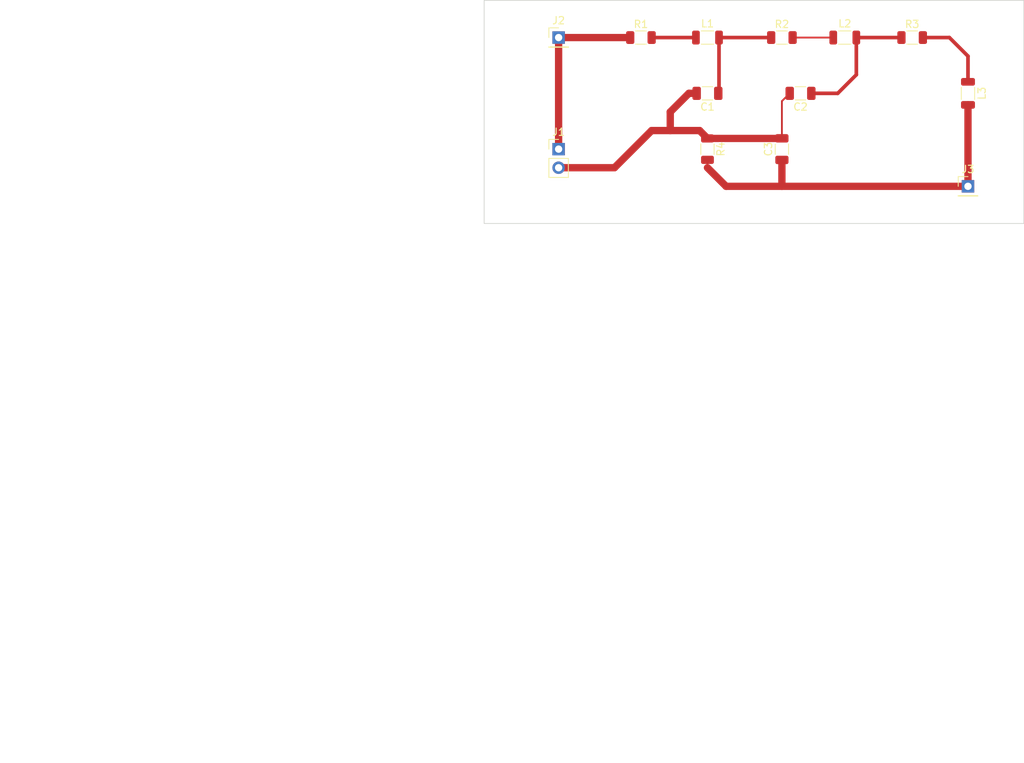
<source format=kicad_pcb>
(kicad_pcb (version 20221018) (generator pcbnew)
  (layers (0 "F.Cu" signal) (31 "B.Cu" signal) (34 "B.Paste" user) (35 "F.Paste" user) (36 "B.SilkS" user "B.Silkscreen") (37 "F.SilkS" user "F.Silkscreen") (38 "B.Mask" user) (39 "F.Mask" user) (44 "Edge.Cuts" user))
  (net 0 "")
  (net 1 "Net-(C1-Pad1)")
  (net 2 "GND")
  (net 3 "Net-(C2-Pad1)")
  (net 4 "Net-(J3-Pin_1)")
  (net 5 "Net-(J1-Pin_1)")
  (net 6 "Net-(L1-Pad1)")
  (net 7 "Net-(L2-Pad1)")
  (net 8 "Net-(L3-Pad1)")
  (footprint "Connector_PinHeader_2.54mm:PinHeader_1x01_P2.54mm_Vertical" (layer "F.Cu") (at 104.14 93.98)
    (fp_text reference "J2" (at 0 -2.33) (layer "F.SilkS"))
    (fp_text value "Conn_01x01")
    (fp_line (start -1.33 -1.33) (end 0 -1.33) (stroke (width 0.12)) (layer "F.SilkS"))
    (fp_line (start -1.33 0) (end -1.33 -1.33) (stroke (width 0.12)) (layer "F.SilkS"))
    (fp_line (start -1.33 1.27) (end -1.33 1.33) (stroke (width 0.12)) (layer "F.SilkS"))
    (fp_line (start -1.33 1.27) (end 1.33 1.27) (stroke (width 0.12)) (layer "F.SilkS"))
    (fp_line (start -1.33 1.33) (end 1.33 1.33) (stroke (width 0.12)) (layer "F.SilkS"))
    (fp_line (start 1.33 1.27) (end 1.33 1.33) (stroke (width 0.12)) (layer "F.SilkS"))
    (pad "1" thru_hole rect (at 0 0) (size 1.7 1.7) (drill 1) (layers "*.Cu" "*.Mask") (net 5 "Net-(J1-Pin_1)"))
  )
  (footprint "Inductor_SMD:L_1206_3216Metric" (layer "F.Cu") (at 143.205 93.98)
    (fp_text reference "L2" (at 0 -1.9) (layer "F.SilkS"))
    (fp_text value "L")
    (fp_line (start -0.835242 -0.91) (end 0.835242 -0.91) (stroke (width 0.12)) (layer "F.SilkS"))
    (fp_line (start -0.835242 0.91) (end 0.835242 0.91) (stroke (width 0.12)) (layer "F.SilkS"))
    (pad "1" smd roundrect (at -1.575 0) (size 1.05 1.9) (layers "F.Cu" "F.Paste" "F.Mask") (roundrect_rratio 0.238095) (net 7 "Net-(L2-Pad1)"))
    (pad "2" smd roundrect (at 1.575 0) (size 1.05 1.9) (layers "F.Cu" "F.Paste" "F.Mask") (roundrect_rratio 0.238095) (net 3 "Net-(C2-Pad1)"))
  )
  (footprint "Inductor_SMD:L_1206_3216Metric" (layer "F.Cu") (at 124.46 93.98)
    (fp_text reference "L1" (at 0 -1.9) (layer "F.SilkS"))
    (fp_text value "L")
    (fp_line (start -0.835242 -0.91) (end 0.835242 -0.91) (stroke (width 0.12)) (layer "F.SilkS"))
    (fp_line (start -0.835242 0.91) (end 0.835242 0.91) (stroke (width 0.12)) (layer "F.SilkS"))
    (pad "1" smd roundrect (at -1.575 0) (size 1.05 1.9) (layers "F.Cu" "F.Paste" "F.Mask") (roundrect_rratio 0.238095) (net 6 "Net-(L1-Pad1)"))
    (pad "2" smd roundrect (at 1.575 0) (size 1.05 1.9) (layers "F.Cu" "F.Paste" "F.Mask") (roundrect_rratio 0.238095) (net 1 "Net-(C1-Pad1)"))
  )
  (footprint "Inductor_SMD:L_1206_3216Metric" (layer "F.Cu") (at 160.02 101.6 -90)
    (fp_text reference "L3" (at 0 -1.9 90) (layer "F.SilkS"))
    (fp_text value "L")
    (fp_line (start -0.835242 -0.91) (end 0.835242 -0.91) (stroke (width 0.12)) (layer "F.SilkS"))
    (fp_line (start -0.835242 0.91) (end 0.835242 0.91) (stroke (width 0.12)) (layer "F.SilkS"))
    (pad "1" smd roundrect (at -1.575 0 270) (size 1.05 1.9) (layers "F.Cu" "F.Paste" "F.Mask") (roundrect_rratio 0.238095) (net 8 "Net-(L3-Pad1)"))
    (pad "2" smd roundrect (at 1.575 0 270) (size 1.05 1.9) (layers "F.Cu" "F.Paste" "F.Mask") (roundrect_rratio 0.238095) (net 4 "Net-(J3-Pin_1)"))
  )
  (footprint "Capacitor_SMD:C_1206_3216Metric" (layer "F.Cu") (at 124.46 101.6 180)
    (fp_text reference "C1" (at 0 -1.85) (layer "F.SilkS"))
    (fp_text value "C")
    (fp_line (start -0.711252 -0.91) (end 0.711252 -0.91) (stroke (width 0.12)) (layer "F.SilkS"))
    (fp_line (start -0.711252 0.91) (end 0.711252 0.91) (stroke (width 0.12)) (layer "F.SilkS"))
    (pad "1" smd roundrect (at -1.475 0 180) (size 1.15 1.8) (layers "F.Cu" "F.Paste" "F.Mask") (roundrect_rratio 0.217391) (net 1 "Net-(C1-Pad1)"))
    (pad "2" smd roundrect (at 1.475 0 180) (size 1.15 1.8) (layers "F.Cu" "F.Paste" "F.Mask") (roundrect_rratio 0.217391) (net 2 "GND"))
  )
  (footprint "Capacitor_SMD:C_1206_3216Metric" (layer "F.Cu") (at 134.62 109.22 90)
    (fp_text reference "C3" (at 0 -1.85 90) (layer "F.SilkS"))
    (fp_text value "C")
    (fp_line (start -0.711252 -0.91) (end 0.711252 -0.91) (stroke (width 0.12)) (layer "F.SilkS"))
    (fp_line (start -0.711252 0.91) (end 0.711252 0.91) (stroke (width 0.12)) (layer "F.SilkS"))
    (pad "1" smd roundrect (at -1.475 0 90) (size 1.15 1.8) (layers "F.Cu" "F.Paste" "F.Mask") (roundrect_rratio 0.217391) (net 4 "Net-(J3-Pin_1)"))
    (pad "2" smd roundrect (at 1.475 0 90) (size 1.15 1.8) (layers "F.Cu" "F.Paste" "F.Mask") (roundrect_rratio 0.217391) (net 2 "GND"))
  )
  (footprint "Resistor_SMD:R_1206_3216Metric" (layer "F.Cu") (at 152.4 93.98)
    (fp_text reference "R3" (at 0 -1.82) (layer "F.SilkS"))
    (fp_text value "R")
    (fp_line (start -0.727064 -0.91) (end 0.727064 -0.91) (stroke (width 0.12)) (layer "F.SilkS"))
    (fp_line (start -0.727064 0.91) (end 0.727064 0.91) (stroke (width 0.12)) (layer "F.SilkS"))
    (pad "1" smd roundrect (at -1.4625 0) (size 1.125 1.75) (layers "F.Cu" "F.Paste" "F.Mask") (roundrect_rratio 0.222222) (net 3 "Net-(C2-Pad1)"))
    (pad "2" smd roundrect (at 1.4625 0) (size 1.125 1.75) (layers "F.Cu" "F.Paste" "F.Mask") (roundrect_rratio 0.222222) (net 8 "Net-(L3-Pad1)"))
  )
  (footprint "Resistor_SMD:R_1206_3216Metric" (layer "F.Cu") (at 124.46 109.22 -90)
    (fp_text reference "R4" (at 0 -1.82 90) (layer "F.SilkS"))
    (fp_text value "10k")
    (fp_line (start -0.727064 -0.91) (end 0.727064 -0.91) (stroke (width 0.12)) (layer "F.SilkS"))
    (fp_line (start -0.727064 0.91) (end 0.727064 0.91) (stroke (width 0.12)) (layer "F.SilkS"))
    (pad "1" smd roundrect (at -1.4625 0 270) (size 1.125 1.75) (layers "F.Cu" "F.Paste" "F.Mask") (roundrect_rratio 0.222222) (net 2 "GND"))
    (pad "2" smd roundrect (at 1.4625 0 270) (size 1.125 1.75) (layers "F.Cu" "F.Paste" "F.Mask") (roundrect_rratio 0.222222) (net 4 "Net-(J3-Pin_1)"))
  )
  (footprint "Resistor_SMD:R_1206_3216Metric" (layer "F.Cu") (at 115.3775 93.98)
    (fp_text reference "R1" (at 0 -1.82) (layer "F.SilkS"))
    (fp_text value "R")
    (fp_line (start -0.727064 -0.91) (end 0.727064 -0.91) (stroke (width 0.12)) (layer "F.SilkS"))
    (fp_line (start -0.727064 0.91) (end 0.727064 0.91) (stroke (width 0.12)) (layer "F.SilkS"))
    (pad "1" smd roundrect (at -1.4625 0) (size 1.125 1.75) (layers "F.Cu" "F.Paste" "F.Mask") (roundrect_rratio 0.222222) (net 5 "Net-(J1-Pin_1)"))
    (pad "2" smd roundrect (at 1.4625 0) (size 1.125 1.75) (layers "F.Cu" "F.Paste" "F.Mask") (roundrect_rratio 0.222222) (net 6 "Net-(L1-Pad1)"))
  )
  (footprint "Resistor_SMD:R_1206_3216Metric" (layer "F.Cu") (at 134.62 93.98)
    (fp_text reference "R2" (at 0 -1.82) (layer "F.SilkS"))
    (fp_text value "R")
    (fp_line (start -0.727064 -0.91) (end 0.727064 -0.91) (stroke (width 0.12)) (layer "F.SilkS"))
    (fp_line (start -0.727064 0.91) (end 0.727064 0.91) (stroke (width 0.12)) (layer "F.SilkS"))
    (pad "1" smd roundrect (at -1.4625 0) (size 1.125 1.75) (layers "F.Cu" "F.Paste" "F.Mask") (roundrect_rratio 0.222222) (net 1 "Net-(C1-Pad1)"))
    (pad "2" smd roundrect (at 1.4625 0) (size 1.125 1.75) (layers "F.Cu" "F.Paste" "F.Mask") (roundrect_rratio 0.222222) (net 7 "Net-(L2-Pad1)"))
  )
  (footprint "Capacitor_SMD:C_1206_3216Metric" (layer "F.Cu") (at 137.16 101.6 180)
    (fp_text reference "C2" (at 0 -1.85) (layer "F.SilkS"))
    (fp_text value "C")
    (fp_line (start -0.711252 -0.91) (end 0.711252 -0.91) (stroke (width 0.12)) (layer "F.SilkS"))
    (fp_line (start -0.711252 0.91) (end 0.711252 0.91) (stroke (width 0.12)) (layer "F.SilkS"))
    (pad "1" smd roundrect (at -1.475 0 180) (size 1.15 1.8) (layers "F.Cu" "F.Paste" "F.Mask") (roundrect_rratio 0.217391) (net 3 "Net-(C2-Pad1)"))
    (pad "2" smd roundrect (at 1.475 0 180) (size 1.15 1.8) (layers "F.Cu" "F.Paste" "F.Mask") (roundrect_rratio 0.217391) (net 2 "GND"))
  )
  (footprint "Connector_PinHeader_2.54mm:PinHeader_1x01_P2.54mm_Vertical" (layer "F.Cu") (at 160.02 114.3)
    (fp_text reference "J3" (at 0 -2.33) (layer "F.SilkS"))
    (fp_text value "Conn_01x01")
    (fp_line (start -1.33 -1.33) (end 0 -1.33) (stroke (width 0.12)) (layer "F.SilkS"))
    (fp_line (start -1.33 0) (end -1.33 -1.33) (stroke (width 0.12)) (layer "F.SilkS"))
    (fp_line (start -1.33 1.27) (end -1.33 1.33) (stroke (width 0.12)) (layer "F.SilkS"))
    (fp_line (start -1.33 1.27) (end 1.33 1.27) (stroke (width 0.12)) (layer "F.SilkS"))
    (fp_line (start -1.33 1.33) (end 1.33 1.33) (stroke (width 0.12)) (layer "F.SilkS"))
    (fp_line (start 1.33 1.27) (end 1.33 1.33) (stroke (width 0.12)) (layer "F.SilkS"))
    (pad "1" thru_hole rect (at 0 0) (size 1.7 1.7) (drill 1) (layers "*.Cu" "*.Mask") (net 4 "Net-(J3-Pin_1)"))
  )
  (footprint "Connector_PinHeader_2.54mm:PinHeader_1x02_P2.54mm_Vertical" (layer "F.Cu") (at 104.14 109.22)
    (fp_text reference "J1" (at 0 -2.33) (layer "F.SilkS"))
    (fp_text value "Conn_01x02_Pin")
    (fp_line (start -1.33 -1.33) (end 0 -1.33) (stroke (width 0.12)) (layer "F.SilkS"))
    (fp_line (start -1.33 0) (end -1.33 -1.33) (stroke (width 0.12)) (layer "F.SilkS"))
    (fp_line (start -1.33 1.27) (end -1.33 3.87) (stroke (width 0.12)) (layer "F.SilkS"))
    (fp_line (start -1.33 1.27) (end 1.33 1.27) (stroke (width 0.12)) (layer "F.SilkS"))
    (fp_line (start -1.33 3.87) (end 1.33 3.87) (stroke (width 0.12)) (layer "F.SilkS"))
    (fp_line (start 1.33 1.27) (end 1.33 3.87) (stroke (width 0.12)) (layer "F.SilkS"))
    (pad "1" thru_hole rect (at 0 0) (size 1.7 1.7) (drill 1) (layers "*.Cu" "*.Mask") (net 5 "Net-(J1-Pin_1)"))
    (pad "2" thru_hole oval (at 0 2.54) (size 1.7 1.7) (drill 1) (layers "*.Cu" "*.Mask") (net 2 "GND"))
  )
  (gr_rect (start 93.98 88.9) (end 167.64 119.38) (stroke (width 0.1)) (fill none) (layer "Edge.Cuts"))
  (segment (start 126.035 101.5) (end 126.035 93.98) (width 0.5) (layer "F.Cu") (net 1))
  (segment (start 125.935 101.6) (end 126.035 101.5) (width 0.25) (layer "F.Cu") (net 1))
  (segment (start 126.035 93.98) (end 133.1575 93.98) (width 0.5) (layer "F.Cu") (net 1))
  (segment (start 134.62 107.745) (end 134.6075 107.7575) (width 0.25) (layer "F.Cu") (net 2))
  (segment (start 134.6075 107.7575) (end 124.46 107.7575) (width 1) (layer "F.Cu") (net 2))
  (segment (start 122.985 101.6) (end 121.92 101.6) (width 1) (layer "F.Cu") (net 2))
  (segment (start 123.3825 106.68) (end 116.84 106.68) (width 1) (layer "F.Cu") (net 2))
  (segment (start 124.46 107.7575) (end 123.3825 106.68) (width 1) (layer "F.Cu") (net 2))
  (segment (start 121.92 101.6) (end 119.38 104.14) (width 1) (layer "F.Cu") (net 2))
  (segment (start 116.84 106.68) (end 111.76 111.76) (width 1) (layer "F.Cu") (net 2))
  (segment (start 134.62 107.745) (end 134.62 102.665) (width 0.25) (layer "F.Cu") (net 2))
  (segment (start 119.38 104.14) (end 119.38 106.68) (width 1) (layer "F.Cu") (net 2))
  (segment (start 134.62 102.665) (end 135.685 101.6) (width 0.25) (layer "F.Cu") (net 2))
  (segment (start 111.76 111.76) (end 104.14 111.76) (width 1) (layer "F.Cu") (net 2))
  (segment (start 144.78 99.06) (end 144.78 93.98) (width 0.5) (layer "F.Cu") (net 3))
  (segment (start 142.24 101.6) (end 144.78 99.06) (width 0.5) (layer "F.Cu") (net 3))
  (segment (start 144.78 93.98) (end 150.9375 93.98) (width 0.5) (layer "F.Cu") (net 3))
  (segment (start 138.635 101.6) (end 142.24 101.6) (width 0.5) (layer "F.Cu") (net 3))
  (segment (start 160.02 114.3) (end 127 114.3) (width 1) (layer "F.Cu") (net 4))
  (segment (start 124.46 111.76) (end 124.46 110.6825) (width 0.25) (layer "F.Cu") (net 4))
  (segment (start 134.62 110.695) (end 134.62 114.3) (width 1) (layer "F.Cu") (net 4))
  (segment (start 160.02 114.3) (end 160.02 103.175) (width 1) (layer "F.Cu") (net 4))
  (segment (start 127 114.3) (end 124.46 111.76) (width 1) (layer "F.Cu") (net 4))
  (segment (start 104.14 93.98) (end 104.14 109.22) (width 1) (layer "F.Cu") (net 5))
  (segment (start 104.14 93.98) (end 113.915 93.98) (width 1) (layer "F.Cu") (net 5))
  (segment (start 116.84 93.98) (end 122.885 93.98) (width 0.5) (layer "F.Cu") (net 6))
  (segment (start 136.0825 93.98) (end 141.63 93.98) (width 0.25) (layer "F.Cu") (net 7))
  (segment (start 157.48 93.98) (end 160.02 96.52) (width 0.5) (layer "F.Cu") (net 8))
  (segment (start 160.02 96.52) (end 160.02 100.025) (width 0.5) (layer "F.Cu") (net 8))
  (segment (start 153.8625 93.98) (end 157.48 93.98) (width 0.5) (layer "F.Cu") (net 8))
)
</source>
